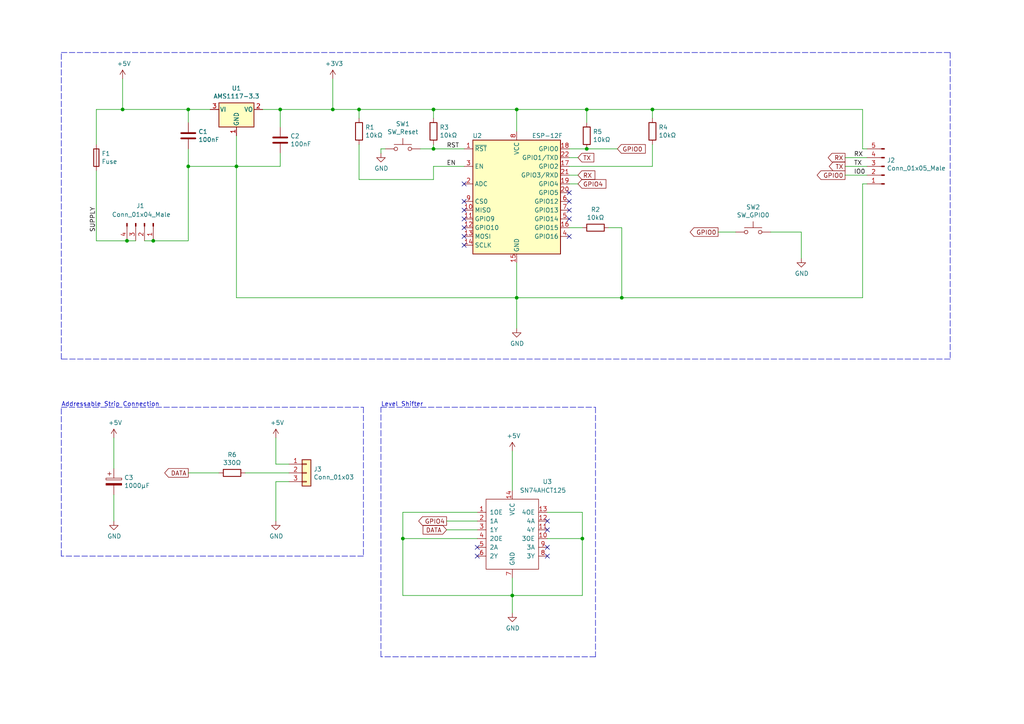
<source format=kicad_sch>
(kicad_sch (version 20231120) (generator "eeschema") (generator_version "8.0")
  (paper "A4")
  (title_block (title "WS2812 Controller") (date "2024-05-07") (rev "0.7") (company "haus-automatisierung.com") (comment 1 "Matthias Kleine"))
  (lib_symbols
    (symbol "Connector:Conn_01x04_Male" (pin_names (offset 1.016) hide)
      (property "Reference" "J" (at 0 5.08 0))
      (property "Value" "Conn_01x04_Male" (at 0 -7.62 0))
      (symbol "Conn_01x04_Male_1_1"
        (polyline (pts (xy 1.27 -5.08) (xy 0.8636 -5.08)) (stroke (width 0.1524)))
        (polyline (pts (xy 1.27 -2.54) (xy 0.8636 -2.54)) (stroke (width 0.1524)))
        (polyline (pts (xy 1.27 0) (xy 0.8636 0)) (stroke (width 0.1524)))
        (polyline (pts (xy 1.27 2.54) (xy 0.8636 2.54)) (stroke (width 0.1524)))
        (rectangle (start 0.8636 -4.953) (end 0 -5.207) (stroke (width 0.1524)) (fill (type outline)))
        (rectangle (start 0.8636 -2.413) (end 0 -2.667) (stroke (width 0.1524)) (fill (type outline)))
        (rectangle (start 0.8636 0.127) (end 0 -0.127) (stroke (width 0.1524)) (fill (type outline)))
        (rectangle (start 0.8636 2.667) (end 0 2.413) (stroke (width 0.1524)) (fill (type outline)))
        (pin passive line (at 5.08 2.54 180) (length 3.81) (name "Pin_1") (number "1"))
        (pin passive line (at 5.08 0 180) (length 3.81) (name "Pin_2") (number "2"))
        (pin passive line (at 5.08 -2.54 180) (length 3.81) (name "Pin_3") (number "3"))
        (pin passive line (at 5.08 -5.08 180) (length 3.81) (name "Pin_4") (number "4"))
      )
    )
    (symbol "Connector:Conn_01x05_Male" (pin_names (offset 1.016) hide)
      (property "Reference" "J" (at 0 7.62 0))
      (property "Value" "Conn_01x05_Male" (at 0 -7.62 0))
      (symbol "Conn_01x05_Male_1_1"
        (polyline (pts (xy 1.27 -5.08) (xy 0.8636 -5.08)) (stroke (width 0.1524)))
        (polyline (pts (xy 1.27 -2.54) (xy 0.8636 -2.54)) (stroke (width 0.1524)))
        (polyline (pts (xy 1.27 0) (xy 0.8636 0)) (stroke (width 0.1524)))
        (polyline (pts (xy 1.27 2.54) (xy 0.8636 2.54)) (stroke (width 0.1524)))
        (polyline (pts (xy 1.27 5.08) (xy 0.8636 5.08)) (stroke (width 0.1524)))
        (rectangle (start 0.8636 -4.953) (end 0 -5.207) (stroke (width 0.1524)) (fill (type outline)))
        (rectangle (start 0.8636 -2.413) (end 0 -2.667) (stroke (width 0.1524)) (fill (type outline)))
        (rectangle (start 0.8636 0.127) (end 0 -0.127) (stroke (width 0.1524)) (fill (type outline)))
        (rectangle (start 0.8636 2.667) (end 0 2.413) (stroke (width 0.1524)) (fill (type outline)))
        (rectangle (start 0.8636 5.207) (end 0 4.953) (stroke (width 0.1524)) (fill (type outline)))
        (pin passive line (at 5.08 5.08 180) (length 3.81) (name "Pin_1") (number "1"))
        (pin passive line (at 5.08 2.54 180) (length 3.81) (name "Pin_2") (number "2"))
        (pin passive line (at 5.08 0 180) (length 3.81) (name "Pin_3") (number "3"))
        (pin passive line (at 5.08 -2.54 180) (length 3.81) (name "Pin_4") (number "4"))
        (pin passive line (at 5.08 -5.08 180) (length 3.81) (name "Pin_5") (number "5"))
      )
    )
    (symbol "Connector_Generic:Conn_01x03" (pin_names (offset 1.016) hide)
      (property "Reference" "J" (at 0 5.08 0))
      (property "Value" "Conn_01x03" (at 0 -5.08 0))
      (symbol "Conn_01x03_1_1"
        (rectangle (start -1.27 -2.413) (end 0 -2.667) (stroke (width 0.1524)))
        (rectangle (start -1.27 0.127) (end 0 -0.127) (stroke (width 0.1524)))
        (rectangle (start -1.27 2.667) (end 0 2.413) (stroke (width 0.1524)))
        (rectangle (start -1.27 3.81) (end 1.27 -3.81) (stroke (width 0.254)) (fill (type background)))
        (pin passive line (at -5.08 2.54 0) (length 3.81) (name "Pin_1") (number "1"))
        (pin passive line (at -5.08 0 0) (length 3.81) (name "Pin_2") (number "2"))
        (pin passive line (at -5.08 -2.54 0) (length 3.81) (name "Pin_3") (number "3"))
      )
    )
    (symbol "Device:C" (pin_numbers hide) (pin_names (offset 0.254))
      (property "Reference" "C" (at 0.635 2.54 0))
      (property "Value" "C" (at 0.635 -2.54 0))
      (symbol "C_0_1"
        (polyline (pts (xy -2.032 -0.762) (xy 2.032 -0.762)) (stroke (width 0.508)))
        (polyline (pts (xy -2.032 0.762) (xy 2.032 0.762)) (stroke (width 0.508)))
      )
      (symbol "C_1_1"
        (pin passive line (at 0 3.81 270) (length 2.794) (name "~") (number "1"))
        (pin passive line (at 0 -3.81 90) (length 2.794) (name "~") (number "2"))
      )
    )
    (symbol "Device:CP" (pin_numbers hide) (pin_names (offset 0.254))
      (property "Reference" "C" (at 0.635 2.54 0))
      (property "Value" "Device_CP" (at 0.635 -2.54 0))
      (symbol "CP_0_1"
        (rectangle (start -2.286 0.508) (end 2.286 1.016))
        (polyline (pts (xy -1.778 2.286) (xy -0.762 2.286)))
        (polyline (pts (xy -1.27 2.794) (xy -1.27 1.778)))
        (rectangle (start 2.286 -0.508) (end -2.286 -1.016) (fill (type outline)))
      )
      (symbol "CP_1_1"
        (pin passive line (at 0 3.81 270) (length 2.794) (name "~") (number "1"))
        (pin passive line (at 0 -3.81 90) (length 2.794) (name "~") (number "2"))
      )
    )
    (symbol "Device:Fuse" (pin_numbers hide) (pin_names (offset 0))
      (property "Reference" "F" (at 2.032 0 90))
      (property "Value" "Fuse" (at -1.905 0 90))
      (symbol "Fuse_0_1"
        (rectangle (start -0.762 -2.54) (end 0.762 2.54) (stroke (width 0.254)))
        (polyline (pts (xy 0 2.54) (xy 0 -2.54)))
      )
      (symbol "Fuse_1_1"
        (pin passive line (at 0 3.81 270) (length 1.27) (name "~") (number "1"))
        (pin passive line (at 0 -3.81 90) (length 1.27) (name "~") (number "2"))
      )
    )
    (symbol "Device:R" (pin_numbers hide) (pin_names (offset 0))
      (property "Reference" "R" (at 2.032 0 90))
      (property "Value" "R" (at 0 0 90))
      (symbol "R_0_1"
        (rectangle (start -1.016 -2.54) (end 1.016 2.54) (stroke (width 0.254)))
      )
      (symbol "R_1_1"
        (pin passive line (at 0 3.81 270) (length 1.27) (name "~") (number "1"))
        (pin passive line (at 0 -3.81 90) (length 1.27) (name "~") (number "2"))
      )
    )
    (symbol "RF_Module:ESP-12F"
      (property "Reference" "U" (at -12.7 19.05 0))
      (property "Value" "ESP-12F" (at 12.7 19.05 0))
      (symbol "ESP-12F_0_1"
        (rectangle (start -12.7 17.78) (end 12.7 -15.24) (stroke (width 0.254)) (fill (type background)))
      )
      (symbol "ESP-12F_1_1"
        (pin input line (at -15.24 15.24 0) (length 2.54) (name "~{RST}") (number "1"))
        (pin bidirectional line (at -15.24 -2.54 0) (length 2.54) (name "MISO") (number "10"))
        (pin bidirectional line (at -15.24 -5.08 0) (length 2.54) (name "GPIO9") (number "11"))
        (pin bidirectional line (at -15.24 -7.62 0) (length 2.54) (name "GPIO10") (number "12"))
        (pin bidirectional line (at -15.24 -10.16 0) (length 2.54) (name "MOSI") (number "13"))
        (pin bidirectional line (at -15.24 -12.7 0) (length 2.54) (name "SCLK") (number "14"))
        (pin power_in line (at 0 -17.78 90) (length 2.54) (name "GND") (number "15"))
        (pin bidirectional line (at 15.24 -7.62 180) (length 2.54) (name "GPIO15") (number "16"))
        (pin bidirectional line (at 15.24 10.16 180) (length 2.54) (name "GPIO2") (number "17"))
        (pin bidirectional line (at 15.24 15.24 180) (length 2.54) (name "GPIO0") (number "18"))
        (pin bidirectional line (at 15.24 5.08 180) (length 2.54) (name "GPIO4") (number "19"))
        (pin input line (at -15.24 5.08 0) (length 2.54) (name "ADC") (number "2"))
        (pin bidirectional line (at 15.24 2.54 180) (length 2.54) (name "GPIO5") (number "20"))
        (pin bidirectional line (at 15.24 7.62 180) (length 2.54) (name "GPIO3/RXD") (number "21"))
        (pin bidirectional line (at 15.24 12.7 180) (length 2.54) (name "GPIO1/TXD") (number "22"))
        (pin input line (at -15.24 10.16 0) (length 2.54) (name "EN") (number "3"))
        (pin bidirectional line (at 15.24 -10.16 180) (length 2.54) (name "GPIO16") (number "4"))
        (pin bidirectional line (at 15.24 -5.08 180) (length 2.54) (name "GPIO14") (number "5"))
        (pin bidirectional line (at 15.24 0 180) (length 2.54) (name "GPIO12") (number "6"))
        (pin bidirectional line (at 15.24 -2.54 180) (length 2.54) (name "GPIO13") (number "7"))
        (pin power_in line (at 0 20.32 270) (length 2.54) (name "VCC") (number "8"))
        (pin input line (at -15.24 0 0) (length 2.54) (name "CS0") (number "9"))
      )
    )
    (symbol "Regulator_Linear:AMS1117-3.3" (pin_names (offset 0.254))
      (property "Reference" "U" (at -3.81 3.175 0))
      (property "Value" "AMS1117-3.3" (at 0 3.175 0))
      (symbol "AMS1117-3.3_0_1"
        (rectangle (start -5.08 -5.08) (end 5.08 1.905) (stroke (width 0.254)) (fill (type background)))
      )
      (symbol "AMS1117-3.3_1_1"
        (pin power_in line (at 0 -7.62 90) (length 2.54) (name "GND") (number "1"))
        (pin power_out line (at 7.62 0 180) (length 2.54) (name "VO") (number "2"))
        (pin power_in line (at -7.62 0 0) (length 2.54) (name "VI") (number "3"))
      )
    )
    (symbol "Switch:SW_Push" (pin_numbers hide) (pin_names (offset 1.016) hide)
      (property "Reference" "SW" (at 1.27 2.54 0))
      (property "Value" "SW_Push" (at 0 -1.524 0))
      (symbol "SW_Push_0_1"
        (circle (center -2.032 0) (radius 0.508))
        (polyline (pts (xy 0 1.27) (xy 0 3.048)))
        (polyline (pts (xy 2.54 1.27) (xy -2.54 1.27)))
        (circle (center 2.032 0) (radius 0.508))
        (pin passive line (at -5.08 0 0) (length 2.54) (name "1") (number "1"))
        (pin passive line (at 5.08 0 180) (length 2.54) (name "2") (number "2"))
      )
    )
    (symbol "haus-automatisierung:SN74AHCT125" (pin_names (offset 1.016))
      (property "Reference" "U" (at 2.54 -3.81 0))
      (property "Value" "SN74AHCT125" (at 2.54 -6.35 0))
      (symbol "SN74AHCT125_0_1"
        (rectangle (start -7.62 -7.62) (end 7.62 -27.94))
      )
      (symbol "SN74AHCT125_1_1"
        (pin input line (at -10.16 -11.43 0) (length 2.54) (name "1OE") (number "1"))
        (pin input line (at 10.16 -19.05 180) (length 2.54) (name "3OE") (number "10"))
        (pin output line (at 10.16 -16.51 180) (length 2.54) (name "4Y") (number "11"))
        (pin input line (at 10.16 -13.97 180) (length 2.54) (name "4A") (number "12"))
        (pin input line (at 10.16 -11.43 180) (length 2.54) (name "4OE") (number "13"))
        (pin input line (at 0 -5.08 270) (length 2.54) (name "VCC") (number "14"))
        (pin input line (at -10.16 -13.97 0) (length 2.54) (name "1A") (number "2"))
        (pin output line (at -10.16 -16.51 0) (length 2.54) (name "1Y") (number "3"))
        (pin input line (at -10.16 -19.05 0) (length 2.54) (name "2OE") (number "4"))
        (pin input line (at -10.16 -21.59 0) (length 2.54) (name "2A") (number "5"))
        (pin output line (at -10.16 -24.13 0) (length 2.54) (name "2Y") (number "6"))
        (pin input line (at 0 -30.48 90) (length 2.54) (name "GND") (number "7"))
        (pin output line (at 10.16 -24.13 180) (length 2.54) (name "3Y") (number "8"))
        (pin input line (at 10.16 -21.59 180) (length 2.54) (name "3A") (number "9"))
      )
    )
    (symbol "power:+3V3" (power) (pin_names (offset 0))
      (property "Value" "+3V3" (at 0 3.556 0))
      (symbol "+3V3_0_1"
        (polyline (pts (xy -0.762 1.27) (xy 0 2.54)))
        (polyline (pts (xy 0 0) (xy 0 2.54)))
        (polyline (pts (xy 0 2.54) (xy 0.762 1.27)))
      )
      (symbol "+3V3_1_1"
        (pin power_in line (at 0 0 90) (length 0) hide (name "+3V3") (number "1"))
      )
    )
    (symbol "power:+5V" (power) (pin_names (offset 0))
      (property "Value" "+5V" (at 0 3.556 0))
      (symbol "+5V_0_1"
        (polyline (pts (xy -0.762 1.27) (xy 0 2.54)))
        (polyline (pts (xy 0 0) (xy 0 2.54)))
        (polyline (pts (xy 0 2.54) (xy 0.762 1.27)))
      )
      (symbol "+5V_1_1"
        (pin power_in line (at 0 0 90) (length 0) hide (name "+5V") (number "1"))
      )
    )
    (symbol "power:GND" (power) (pin_names (offset 0))
      (property "Value" "GND" (at 0 -3.81 0))
      (symbol "GND_0_1"
        (polyline (pts (xy 0 0) (xy 0 -1.27) (xy 1.27 -1.27) (xy 0 -2.54) (xy -1.27 -1.27) (xy 0 -1.27)))
      )
      (symbol "GND_1_1"
        (pin power_in line (at 0 0 270) (length 0) hide (name "GND") (number "1"))
      )
    )
  )
  (junction (at 36.83 69.85))
  (junction (at 35.56 31.75))
  (junction (at 116.84 156.21))
  (junction (at 180.34 86.36))
  (junction (at 125.73 31.75))
  (junction (at 81.28 31.75))
  (junction (at 149.86 86.36))
  (junction (at 149.86 31.75))
  (junction (at 168.91 156.21))
  (junction (at 148.59 172.72))
  (junction (at 125.73 43.18))
  (junction (at 68.58 48.26))
  (junction (at 170.18 31.75))
  (junction (at 170.18 43.18))
  (junction (at 104.14 31.75))
  (junction (at 54.61 48.26))
  (junction (at 189.23 31.75))
  (junction (at 54.61 31.75))
  (junction (at 44.45 69.85))
  (junction (at 96.52 31.75))
  (no_connect (at 165.1 55.88))
  (no_connect (at 158.75 153.67))
  (no_connect (at 134.62 53.34))
  (no_connect (at 134.62 68.58))
  (no_connect (at 165.1 60.96))
  (no_connect (at 134.62 58.42))
  (no_connect (at 134.62 60.96))
  (no_connect (at 134.62 71.12))
  (no_connect (at 138.43 158.75))
  (no_connect (at 158.75 151.13))
  (no_connect (at 134.62 66.04))
  (no_connect (at 165.1 68.58))
  (no_connect (at 165.1 63.5))
  (no_connect (at 158.75 161.29))
  (no_connect (at 138.43 161.29))
  (no_connect (at 165.1 58.42))
  (no_connect (at 134.62 63.5))
  (no_connect (at 158.75 158.75))
  (wire (pts (xy 33.02 151.13) (xy 33.02 143.51)))
  (polyline (pts (xy 110.49 190.5) (xy 110.49 118.11)) (stroke (width 0) (type dash)))
  (polyline (pts (xy 17.78 15.24) (xy 275.59 15.24)) (stroke (width 0) (type dash)))
  (wire (pts (xy 245.11 50.8) (xy 251.46 50.8)))
  (wire (pts (xy 35.56 31.75) (xy 35.56 22.86)))
  (wire (pts (xy 250.19 43.18) (xy 250.19 31.75)))
  (polyline (pts (xy 172.72 190.5) (xy 110.49 190.5)) (stroke (width 0) (type dash)))
  (wire (pts (xy 54.61 31.75) (xy 60.96 31.75)))
  (wire (pts (xy 81.28 31.75) (xy 96.52 31.75)))
  (wire (pts (xy 170.18 35.56) (xy 170.18 31.75)))
  (wire (pts (xy 125.73 52.07) (xy 104.14 52.07)))
  (wire (pts (xy 104.14 34.29) (xy 104.14 31.75)))
  (wire (pts (xy 104.14 52.07) (xy 104.14 41.91)))
  (wire (pts (xy 149.86 31.75) (xy 149.86 38.1)))
  (wire (pts (xy 232.41 67.31) (xy 232.41 74.93)))
  (wire (pts (xy 54.61 43.18) (xy 54.61 48.26)))
  (wire (pts (xy 125.73 48.26) (xy 125.73 52.07)))
  (wire (pts (xy 167.64 50.8) (xy 165.1 50.8)))
  (wire (pts (xy 167.64 53.34) (xy 165.1 53.34)))
  (wire (pts (xy 148.59 172.72) (xy 116.84 172.72)))
  (wire (pts (xy 125.73 43.18) (xy 121.92 43.18)))
  (wire (pts (xy 208.28 67.31) (xy 213.36 67.31)))
  (wire (pts (xy 129.54 151.13) (xy 138.43 151.13)))
  (wire (pts (xy 54.61 137.16) (xy 63.5 137.16)))
  (wire (pts (xy 80.01 139.7) (xy 83.82 139.7)))
  (wire (pts (xy 76.2 31.75) (xy 81.28 31.75)))
  (wire (pts (xy 41.91 69.85) (xy 44.45 69.85)))
  (wire (pts (xy 39.37 69.85) (xy 36.83 69.85)))
  (wire (pts (xy 189.23 34.29) (xy 189.23 31.75)))
  (wire (pts (xy 96.52 22.86) (xy 96.52 31.75)))
  (wire (pts (xy 245.11 45.72) (xy 251.46 45.72)))
  (wire (pts (xy 189.23 48.26) (xy 189.23 41.91)))
  (wire (pts (xy 54.61 48.26) (xy 68.58 48.26)))
  (polyline (pts (xy 275.59 104.14) (xy 17.78 104.14)) (stroke (width 0) (type dash)))
  (wire (pts (xy 81.28 36.83) (xy 81.28 31.75)))
  (wire (pts (xy 165.1 43.18) (xy 170.18 43.18)))
  (wire (pts (xy 44.45 69.85) (xy 54.61 69.85)))
  (wire (pts (xy 149.86 31.75) (xy 170.18 31.75)))
  (wire (pts (xy 81.28 44.45) (xy 81.28 48.26)))
  (polyline (pts (xy 105.41 118.11) (xy 105.41 161.29)) (stroke (width 0) (type dash)))
  (wire (pts (xy 168.91 66.04) (xy 165.1 66.04)))
  (wire (pts (xy 158.75 156.21) (xy 168.91 156.21)))
  (wire (pts (xy 96.52 31.75) (xy 104.14 31.75)))
  (wire (pts (xy 36.83 69.85) (xy 27.94 69.85)))
  (wire (pts (xy 158.75 148.59) (xy 168.91 148.59)))
  (wire (pts (xy 116.84 148.59) (xy 116.84 156.21)))
  (wire (pts (xy 125.73 34.29) (xy 125.73 31.75)))
  (polyline (pts (xy 275.59 15.24) (xy 275.59 104.14)) (stroke (width 0) (type dash)))
  (wire (pts (xy 110.49 43.18) (xy 110.49 44.45)))
  (wire (pts (xy 251.46 53.34) (xy 250.19 53.34)))
  (wire (pts (xy 125.73 31.75) (xy 149.86 31.75)))
  (wire (pts (xy 189.23 31.75) (xy 170.18 31.75)))
  (wire (pts (xy 134.62 43.18) (xy 125.73 43.18)))
  (wire (pts (xy 148.59 130.81) (xy 148.59 142.24)))
  (wire (pts (xy 250.19 53.34) (xy 250.19 86.36)))
  (wire (pts (xy 149.86 76.2) (xy 149.86 86.36)))
  (polyline (pts (xy 110.49 118.11) (xy 172.72 118.11)) (stroke (width 0) (type dash)))
  (wire (pts (xy 80.01 151.13) (xy 80.01 139.7)))
  (polyline (pts (xy 17.78 104.14) (xy 17.78 15.24)) (stroke (width 0) (type dash)))
  (wire (pts (xy 80.01 134.62) (xy 83.82 134.62)))
  (wire (pts (xy 27.94 31.75) (xy 35.56 31.75)))
  (wire (pts (xy 54.61 35.56) (xy 54.61 31.75)))
  (wire (pts (xy 68.58 48.26) (xy 81.28 48.26)))
  (wire (pts (xy 33.02 127) (xy 33.02 135.89)))
  (wire (pts (xy 149.86 86.36) (xy 149.86 95.25)))
  (wire (pts (xy 168.91 148.59) (xy 168.91 156.21)))
  (wire (pts (xy 111.76 43.18) (xy 110.49 43.18)))
  (wire (pts (xy 180.34 86.36) (xy 250.19 86.36)))
  (wire (pts (xy 80.01 127) (xy 80.01 134.62)))
  (wire (pts (xy 251.46 43.18) (xy 250.19 43.18)))
  (wire (pts (xy 189.23 31.75) (xy 250.19 31.75)))
  (wire (pts (xy 165.1 48.26) (xy 189.23 48.26)))
  (wire (pts (xy 104.14 31.75) (xy 125.73 31.75)))
  (wire (pts (xy 138.43 156.21) (xy 116.84 156.21)))
  (wire (pts (xy 232.41 67.31) (xy 223.52 67.31)))
  (wire (pts (xy 27.94 41.91) (xy 27.94 31.75)))
  (wire (pts (xy 148.59 177.8) (xy 148.59 172.72)))
  (polyline (pts (xy 17.78 118.11) (xy 105.41 118.11)) (stroke (width 0) (type dash)))
  (wire (pts (xy 54.61 69.85) (xy 54.61 48.26)))
  (wire (pts (xy 167.64 45.72) (xy 165.1 45.72)))
  (wire (pts (xy 180.34 66.04) (xy 180.34 86.36)))
  (wire (pts (xy 149.86 86.36) (xy 180.34 86.36)))
  (wire (pts (xy 138.43 148.59) (xy 116.84 148.59)))
  (wire (pts (xy 71.12 137.16) (xy 83.82 137.16)))
  (wire (pts (xy 168.91 156.21) (xy 168.91 172.72)))
  (wire (pts (xy 125.73 41.91) (xy 125.73 43.18)))
  (wire (pts (xy 68.58 39.37) (xy 68.58 48.26)))
  (polyline (pts (xy 172.72 118.11) (xy 172.72 190.5)) (stroke (width 0) (type dash)))
  (polyline (pts (xy 105.41 161.29) (xy 17.78 161.29)) (stroke (width 0) (type dash)))
  (wire (pts (xy 68.58 48.26) (xy 68.58 86.36)))
  (wire (pts (xy 68.58 86.36) (xy 149.86 86.36)))
  (wire (pts (xy 134.62 48.26) (xy 125.73 48.26)))
  (wire (pts (xy 168.91 172.72) (xy 148.59 172.72)))
  (wire (pts (xy 179.07 43.18) (xy 170.18 43.18)))
  (wire (pts (xy 176.53 66.04) (xy 180.34 66.04)))
  (wire (pts (xy 245.11 48.26) (xy 251.46 48.26)))
  (wire (pts (xy 35.56 31.75) (xy 54.61 31.75)))
  (wire (pts (xy 148.59 172.72) (xy 148.59 167.64)))
  (wire (pts (xy 116.84 172.72) (xy 116.84 156.21)))
  (wire (pts (xy 138.43 153.67) (xy 129.54 153.67)))
  (polyline (pts (xy 17.78 161.29) (xy 17.78 118.11)) (stroke (width 0) (type dash)))
  (wire (pts (xy 27.94 69.85) (xy 27.94 49.53)))
  (text "Addressable Strip Connection" (at 17.78 118.11 0) (effects (font (size 1.27 1.27)) (justify left bottom)))
  (text "Level Shifter" (at 110.49 118.11 0) (effects (font (size 1.27 1.27)) (justify left bottom)))
  (label "TX" (at 247.65 48.26 0))
  (label "RX" (at 247.65 45.72 0))
  (label "IO0" (at 247.65 50.8 0))
  (label "EN" (at 129.54 48.26 0))
  (label "SUPPLY" (at 27.94 67.31 90))
  (label "RST" (at 129.54 43.18 0))
  (global_label "GPIO0" (shape output) (at 208.28 67.31 180) (property "Intersheetrefs" "${INTERSHEET_REFS}" (effects (hide yes))))
  (global_label "DATA" (shape output) (at 54.61 137.16 180) (property "Intersheetrefs" "${INTERSHEET_REFS}" (effects (hide yes))))
  (global_label "GPIO0" (shape output) (at 245.11 50.8 180) (property "Intersheetrefs" "${INTERSHEET_REFS}" (effects (hide yes))))
  (global_label "RX" (shape output) (at 245.11 45.72 180) (property "Intersheetrefs" "${INTERSHEET_REFS}" (effects (hide yes))))
  (global_label "TX" (shape output) (at 245.11 48.26 180) (property "Intersheetrefs" "${INTERSHEET_REFS}" (effects (hide yes))))
  (global_label "RX" (shape input) (at 167.64 50.8 0) (property "Intersheetrefs" "${INTERSHEET_REFS}" (effects (hide yes))))
  (global_label "DATA" (shape input) (at 129.54 153.67 180) (property "Intersheetrefs" "${INTERSHEET_REFS}" (effects (hide yes))))
  (global_label "TX" (shape input) (at 167.64 45.72 0) (property "Intersheetrefs" "${INTERSHEET_REFS}" (effects (hide yes))))
  (global_label "GPIO0" (shape input) (at 179.07 43.18 0) (property "Intersheetrefs" "${INTERSHEET_REFS}" (effects (hide yes))))
  (global_label "GPIO4" (shape input) (at 167.64 53.34 0) (property "Intersheetrefs" "${INTERSHEET_REFS}" (effects (hide yes))))
  (global_label "GPIO4" (shape output) (at 129.54 151.13 180) (property "Intersheetrefs" "${INTERSHEET_REFS}" (effects (hide yes))))
  (symbol (lib_id "RF_Module:ESP-12F") (at 149.86 58.42 0) (unit 1)
    (property "Reference" "U2" (at 138.43 39.37 0))
    (property "Value" "ESP-12F" (at 158.75 39.37 0))
    (property "Footprint" "RF_Module:ESP-12E" (effects (hide yes)))
    (property "Datasheet" "http://wiki.ai-thinker.com/_media/esp8266/esp8266_series_modules_user_manual_v1.1.pdf" (effects (hide yes)))
  )
  (symbol (lib_id "Device:R") (at 172.72 66.04 90) (unit 1)
    (property "Reference" "R2" (at 172.72 60.7822 90))
    (property "Value" "10kΩ" (at 172.72 63.0936 90))
    (property "Footprint" "Resistor_SMD:R_0805_2012Metric_Pad1.15x1.40mm_HandSolder" (effects (hide yes)))
  )
  (symbol (lib_id "power:GND") (at 149.86 95.25 0) (unit 1)
    (property "Reference" "#PWR04" (effects (hide yes)))
    (property "Value" "GND" (at 149.987 99.6442 0))
  )
  (symbol (lib_id "power:+5V") (at 35.56 22.86 0) (unit 1)
    (property "Reference" "#PWR01" (effects (hide yes)))
    (property "Value" "+5V" (at 35.941 18.4658 0))
  )
  (symbol (lib_id "Regulator_Linear:AMS1117-3.3") (at 68.58 31.75 0) (unit 1)
    (property "Reference" "U1" (at 68.58 25.6032 0))
    (property "Value" "AMS1117-3.3" (at 68.58 27.9146 0))
    (property "Footprint" "Package_TO_SOT_SMD:SOT-223-3_TabPin2" (effects (hide yes)))
    (property "Datasheet" "http://www.advanced-monolithic.com/pdf/ds1117.pdf" (effects (hide yes)))
  )
  (symbol (lib_id "Switch:SW_Push") (at 218.44 67.31 0) (unit 1)
    (property "Reference" "SW2" (at 218.44 60.071 0))
    (property "Value" "SW_GPIO0" (at 218.44 62.3824 0))
    (property "Footprint" "Button_Switch_SMD:SW_SPST_CK_RS282G05A3" (effects (hide yes)))
  )
  (symbol (lib_id "Switch:SW_Push") (at 116.84 43.18 0) (unit 1)
    (property "Reference" "SW1" (at 116.84 35.941 0))
    (property "Value" "SW_Reset" (at 116.84 38.2524 0))
    (property "Footprint" "Button_Switch_SMD:SW_SPST_CK_RS282G05A3" (effects (hide yes)))
  )
  (symbol (lib_id "power:+3V3") (at 96.52 22.86 0) (unit 1)
    (property "Reference" "#PWR02" (effects (hide yes)))
    (property "Value" "+3V3" (at 96.901 18.4658 0))
  )
  (symbol (lib_id "Device:C") (at 54.61 39.37 0) (unit 1)
    (property "Reference" "C1" (at 57.531 38.2016 0) (effects (justify left)))
    (property "Value" "100nF" (at 57.531 40.513 0) (effects (justify left)))
    (property "Footprint" "Capacitor_SMD:C_0805_2012Metric_Pad1.15x1.40mm_HandSolder" (effects (hide yes)))
  )
  (symbol (lib_id "Device:R") (at 104.14 38.1 0) (unit 1)
    (property "Reference" "R1" (at 105.918 36.9316 0) (effects (justify left)))
    (property "Value" "10kΩ" (at 105.918 39.243 0) (effects (justify left)))
    (property "Footprint" "Resistor_SMD:R_0805_2012Metric_Pad1.15x1.40mm_HandSolder" (effects (hide yes)))
  )
  (symbol (lib_id "Connector:Conn_01x05_Male") (at 256.54 48.26 180) (unit 1)
    (property "Reference" "J2" (at 257.2258 46.482 0) (effects (justify right)))
    (property "Value" "Conn_01x05_Male" (at 257.2258 48.7934 0) (effects (justify right)))
    (property "Footprint" "Connector_PinHeader_2.54mm:PinHeader_1x05_P2.54mm_Vertical" (effects (hide yes)))
  )
  (symbol (lib_id "Device:C") (at 81.28 40.64 0) (unit 1)
    (property "Reference" "C2" (at 84.201 39.4716 0) (effects (justify left)))
    (property "Value" "100nF" (at 84.201 41.783 0) (effects (justify left)))
    (property "Footprint" "Capacitor_SMD:C_0805_2012Metric_Pad1.15x1.40mm_HandSolder" (effects (hide yes)))
  )
  (symbol (lib_id "power:GND") (at 110.49 44.45 0) (unit 1)
    (property "Reference" "#PWR0103" (effects (hide yes)))
    (property "Value" "GND" (at 110.617 48.8442 0))
  )
  (symbol (lib_id "Device:R") (at 189.23 38.1 0) (unit 1)
    (property "Reference" "R4" (at 191.008 36.9316 0) (effects (justify left)))
    (property "Value" "10kΩ" (at 191.008 39.243 0) (effects (justify left)))
    (property "Footprint" "Resistor_SMD:R_0805_2012Metric_Pad1.15x1.40mm_HandSolder" (effects (hide yes)))
  )
  (symbol (lib_id "power:GND") (at 232.41 74.93 0) (unit 1)
    (property "Reference" "#PWR05" (effects (hide yes)))
    (property "Value" "GND" (at 232.537 79.3242 0))
  )
  (symbol (lib_id "Device:R") (at 170.18 39.37 0) (unit 1)
    (property "Reference" "R5" (at 171.958 38.2016 0) (effects (justify left)))
    (property "Value" "10kΩ" (at 171.958 40.513 0) (effects (justify left)))
    (property "Footprint" "Resistor_SMD:R_0805_2012Metric_Pad1.15x1.40mm_HandSolder" (effects (hide yes)))
  )
  (symbol (lib_id "Device:R") (at 125.73 38.1 0) (unit 1)
    (property "Reference" "R3" (at 127.508 36.9316 0) (effects (justify left)))
    (property "Value" "10kΩ" (at 127.508 39.243 0) (effects (justify left)))
    (property "Footprint" "Resistor_SMD:R_0805_2012Metric_Pad1.15x1.40mm_HandSolder" (effects (hide yes)))
  )
  (symbol (lib_id "Device:CP") (at 33.02 139.7 0) (unit 1)
    (property "Reference" "C3" (at 36.0172 138.5316 0) (effects (justify left)))
    (property "Value" "1000µF" (at 36.0172 140.843 0) (effects (justify left)))
    (property "Footprint" "Capacitor_THT:CP_Radial_D8.0mm_P3.80mm" (effects (hide yes)))
  )
  (symbol (lib_id "power:+5V") (at 33.02 127 0) (unit 1)
    (property "Reference" "#PWR03" (effects (hide yes)))
    (property "Value" "+5V" (at 33.401 122.6058 0))
  )
  (symbol (lib_id "power:GND") (at 33.02 151.13 0) (unit 1)
    (property "Reference" "#PWR06" (effects (hide yes)))
    (property "Value" "GND" (at 33.147 155.5242 0))
  )
  (symbol (lib_id "Connector_Generic:Conn_01x03") (at 88.9 137.16 0) (unit 1)
    (property "Reference" "J3" (at 90.932 136.0932 0) (effects (justify left)))
    (property "Value" "Conn_01x03" (at 90.932 138.4046 0) (effects (justify left)))
    (property "Footprint" "TerminalBlock_Phoenix:TerminalBlock_Phoenix_MPT-0,5-3-2.54_1x03_P2.54mm_Horizontal" (effects (hide yes)))
  )
  (symbol (lib_id "Device:R") (at 67.31 137.16 270) (unit 1)
    (property "Reference" "R6" (at 67.31 131.9022 90))
    (property "Value" "330Ω" (at 67.31 134.2136 90))
    (property "Footprint" "Resistor_SMD:R_0805_2012Metric_Pad1.15x1.40mm_HandSolder" (effects (hide yes)))
  )
  (symbol (lib_id "power:+5V") (at 80.01 127 0) (unit 1)
    (property "Reference" "#PWR0101" (effects (hide yes)))
    (property "Value" "+5V" (at 80.391 122.6058 0))
  )
  (symbol (lib_id "power:GND") (at 80.01 151.13 0) (unit 1)
    (property "Reference" "#PWR0102" (effects (hide yes)))
    (property "Value" "GND" (at 80.137 155.5242 0))
  )
  (symbol (lib_id "Device:Fuse") (at 27.94 45.72 0) (unit 1)
    (property "Reference" "F1" (at 29.464 44.5516 0) (effects (justify left)))
    (property "Value" "Fuse" (at 29.464 46.863 0) (effects (justify left)))
    (property "Footprint" "halibs:Fuse-PTF75_Stelvio" (effects (hide yes)))
  )
  (symbol (lib_id "Connector:Conn_01x04_Male") (at 41.91 64.77 270) (unit 1)
    (property "Reference" "J1" (at 41.91 59.69 90) (effects (justify right)))
    (property "Value" "Conn_01x04_Male" (at 49.53 62.23 90) (effects (justify right)))
    (property "Footprint" "TerminalBlock_Phoenix:TerminalBlock_Phoenix_MPT-0,5-4-2.54_1x04_P2.54mm_Horizontal" (effects (hide yes)))
  )
  (symbol (lib_id "haus-automatisierung:SN74AHCT125") (at 148.59 137.16 0) (unit 1)
    (property "Reference" "U3" (at 158.75 139.7 0))
    (property "Value" "SN74AHCT125" (at 157.48 142.24 0))
    (property "Footprint" "haus-automatisierung:SN74AHCT125D" (effects (hide yes)))
  )
  (symbol (lib_id "power:+5V") (at 148.59 130.81 0) (unit 1)
    (property "Reference" "#PWR0104" (effects (hide yes)))
    (property "Value" "+5V" (at 148.971 126.4158 0))
  )
  (symbol (lib_id "power:GND") (at 148.59 177.8 0) (unit 1)
    (property "Reference" "#PWR0105" (effects (hide yes)))
    (property "Value" "GND" (at 148.717 182.1942 0))
  )
)
</source>
